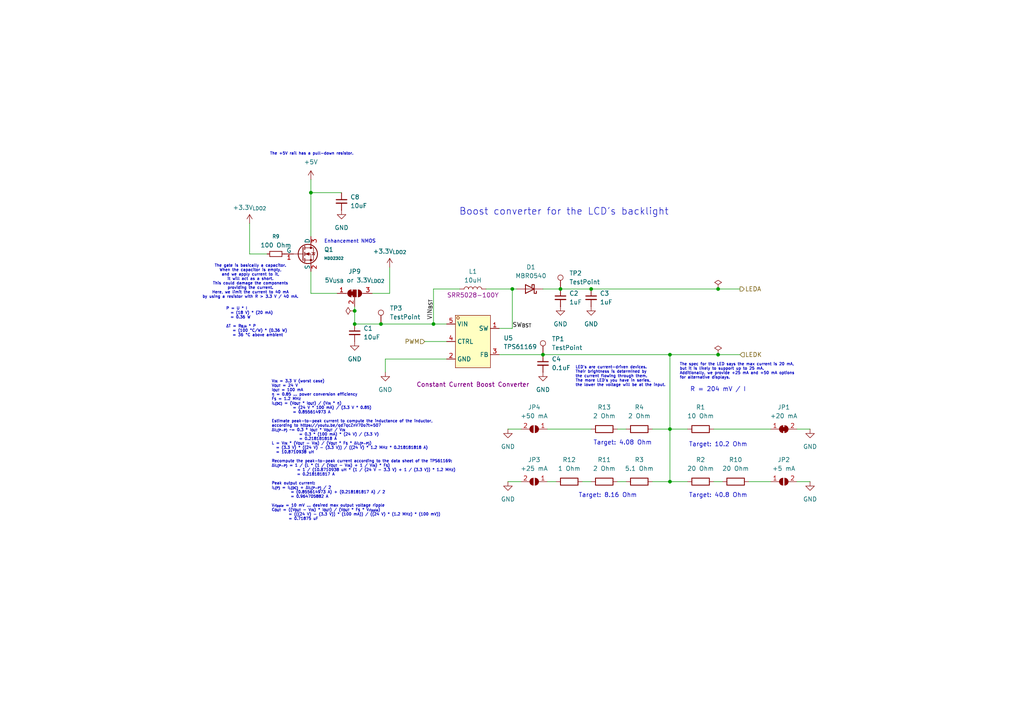
<source format=kicad_sch>
(kicad_sch (version 20250114) (generator "eeschema") (generator_version "9.0")
  (paper "A4")
  (title_block (title "Backlight Boost Converter") (date "2025-08-05") (rev "0.1") (company "Jakub Hlusička"))
  (lib_symbols
    (symbol "Connector:TestPoint" (pin_numbers (hide yes)) (pin_names (offset 0.762) (hide yes))
      (property "Reference" "TP" (at 0 6.858 0))
      (property "Value" "TestPoint" (at 0 5.08 0))
      (symbol "TestPoint_0_1"
        (circle (center 0 3.302) (radius 0.762))
      )
      (symbol "TestPoint_1_1"
        (pin passive line (at 0 0 90) (length 2.54) (name "1") (number "1"))
      )
    )
    (symbol "Device:C_Small" (pin_numbers (hide yes)) (pin_names (offset 0.254) (hide yes))
      (property "Reference" "C" (at 0.254 1.778 0))
      (property "Value" "C_Small" (at 0.254 -2.032 0))
      (symbol "C_Small_0_1"
        (polyline (pts (xy -1.524 0.508) (xy 1.524 0.508)) (stroke (width 0.3048)))
        (polyline (pts (xy -1.524 -0.508) (xy 1.524 -0.508)) (stroke (width 0.3302)))
      )
      (symbol "C_Small_1_1"
        (pin passive line (at 0 2.54 270) (length 2.032) (name "~") (number "1"))
        (pin passive line (at 0 -2.54 90) (length 2.032) (name "~") (number "2"))
      )
    )
    (symbol "Device:L" (pin_numbers (hide yes)) (pin_names (offset 1.016) (hide yes))
      (property "Reference" "L" (at -1.27 0 90))
      (property "Value" "L" (at 1.905 0 90))
      (symbol "L_0_1"
        (arc (start 0 2.54) (mid 0.6323 1.905) (end 0 1.27))
        (arc (start 0 1.27) (mid 0.6323 0.635) (end 0 0))
        (arc (start 0 0) (mid 0.6323 -0.635) (end 0 -1.27))
        (arc (start 0 -1.27) (mid 0.6323 -1.905) (end 0 -2.54))
      )
      (symbol "L_1_1"
        (pin passive line (at 0 3.81 270) (length 1.27) (name "1") (number "1"))
        (pin passive line (at 0 -3.81 90) (length 1.27) (name "2") (number "2"))
      )
    )
    (symbol "Device:R" (pin_numbers (hide yes)) (pin_names (offset 0))
      (property "Reference" "R" (at 2.032 0 90))
      (property "Value" "R" (at 0 0 90))
      (symbol "R_0_1"
        (rectangle (start -1.016 -2.54) (end 1.016 2.54) (stroke (width 0.254)))
      )
      (symbol "R_1_1"
        (pin passive line (at 0 3.81 270) (length 1.27) (name "~") (number "1"))
        (pin passive line (at 0 -3.81 90) (length 1.27) (name "~") (number "2"))
      )
    )
    (symbol "Device:R_Small" (pin_numbers (hide yes)) (pin_names (offset 0.254) (hide yes))
      (property "Reference" "R" (at 0 0 90))
      (property "Value" "R_Small" (at 1.778 0 90))
      (symbol "R_Small_0_1"
        (rectangle (start -0.762 1.778) (end 0.762 -1.778) (stroke (width 0.2032)))
      )
      (symbol "R_Small_1_1"
        (pin passive line (at 0 2.54 270) (length 0.762) (name "~") (number "1"))
        (pin passive line (at 0 -2.54 90) (length 0.762) (name "~") (number "2"))
      )
    )
    (symbol "Diode:MBR0540" (pin_numbers (hide yes)) (pin_names (offset 1.016) (hide yes))
      (property "Reference" "D" (at 0 2.54 0))
      (property "Value" "MBR0540" (at 0 -2.54 0))
      (symbol "MBR0540_0_1"
        (polyline (pts (xy -1.905 0.635) (xy -1.905 1.27) (xy -1.27 1.27) (xy -1.27 -1.27) (xy -0.635 -1.27) (xy -0.635 -0.635)) (stroke (width 0.254)))
        (polyline (pts (xy 1.27 1.27) (xy 1.27 -1.27) (xy -1.27 0) (xy 1.27 1.27)) (stroke (width 0.254)))
        (polyline (pts (xy 1.27 0) (xy -1.27 0)))
      )
      (symbol "MBR0540_1_1"
        (pin passive line (at -3.81 0 0) (length 2.54) (name "K") (number "1"))
        (pin passive line (at 3.81 0 180) (length 2.54) (name "A") (number "2"))
      )
    )
    (symbol "Jumper:SolderJumper_2_Bridged" (pin_names (offset 0) (hide yes)) (in_bom no)
      (property "Reference" "JP" (at 0 2.032 0))
      (property "Value" "SolderJumper_2_Bridged" (at 0 -2.54 0))
      (symbol "SolderJumper_2_Bridged_0_1"
        (rectangle (start -0.508 0.508) (end 0.508 -0.508) (fill (type outline)))
        (polyline (pts (xy -0.254 1.016) (xy -0.254 -1.016)))
        (arc (start -0.254 -1.016) (mid -1.2656 0) (end -0.254 1.016))
        (arc (start -0.254 -1.016) (mid -1.2656 0) (end -0.254 1.016) (fill (type outline)))
        (arc (start 0.254 1.016) (mid 1.2656 0) (end 0.254 -1.016))
        (arc (start 0.254 1.016) (mid 1.2656 0) (end 0.254 -1.016) (fill (type outline)))
        (polyline (pts (xy 0.254 1.016) (xy 0.254 -1.016)))
      )
      (symbol "SolderJumper_2_Bridged_1_1"
        (pin passive line (at -3.81 0 0) (length 2.54) (name "A") (number "1"))
        (pin passive line (at 3.81 0 180) (length 2.54) (name "B") (number "2"))
      )
    )
    (symbol "Jumper:SolderJumper_2_Open" (pin_names (offset 0) (hide yes)) (in_bom no)
      (property "Reference" "JP" (at 0 2.032 0))
      (property "Value" "SolderJumper_2_Open" (at 0 -2.54 0))
      (symbol "SolderJumper_2_Open_0_1"
        (polyline (pts (xy -0.254 1.016) (xy -0.254 -1.016)))
        (arc (start -0.254 -1.016) (mid -1.2656 0) (end -0.254 1.016))
        (arc (start -0.254 -1.016) (mid -1.2656 0) (end -0.254 1.016) (fill (type outline)))
        (arc (start 0.254 1.016) (mid 1.2656 0) (end 0.254 -1.016))
        (arc (start 0.254 1.016) (mid 1.2656 0) (end 0.254 -1.016) (fill (type outline)))
        (polyline (pts (xy 0.254 1.016) (xy 0.254 -1.016)))
      )
      (symbol "SolderJumper_2_Open_1_1"
        (pin passive line (at -3.81 0 0) (length 2.54) (name "A") (number "1"))
        (pin passive line (at 3.81 0 180) (length 2.54) (name "B") (number "2"))
      )
    )
    (symbol "Jumper:SolderJumper_3_Bridged12" (pin_names (offset 0) (hide yes)) (in_bom no)
      (property "Reference" "JP" (at -2.54 -2.54 0))
      (property "Value" "SolderJumper_3_Bridged12" (at 0 2.794 0))
      (symbol "SolderJumper_3_Bridged12_0_1"
        (polyline (pts (xy -2.54 0) (xy -2.032 0)))
        (polyline (pts (xy -1.016 1.016) (xy -1.016 -1.016)))
        (rectangle (start -1.016 0.508) (end -0.508 -0.508) (fill (type outline)))
        (arc (start -1.016 -1.016) (mid -2.0276 0) (end -1.016 1.016))
        (arc (start -1.016 -1.016) (mid -2.0276 0) (end -1.016 1.016) (fill (type outline)))
        (rectangle (start -0.508 1.016) (end 0.508 -1.016) (fill (type outline)))
        (polyline (pts (xy 0 -1.27) (xy 0 -1.016)))
        (arc (start 1.016 1.016) (mid 2.0276 0) (end 1.016 -1.016))
        (arc (start 1.016 1.016) (mid 2.0276 0) (end 1.016 -1.016) (fill (type outline)))
        (polyline (pts (xy 1.016 1.016) (xy 1.016 -1.016)))
        (polyline (pts (xy 2.54 0) (xy 2.032 0)))
      )
      (symbol "SolderJumper_3_Bridged12_1_1"
        (pin passive line (at -5.08 0 0) (length 2.54) (name "A") (number "1"))
        (pin passive line (at 0 -3.81 90) (length 2.54) (name "C") (number "2"))
        (pin passive line (at 5.08 0 180) (length 2.54) (name "B") (number "3"))
      )
    )
    (symbol "PCM_JLCPCB-Transistors:NMOS,MDD2302" (pin_names (offset 0))
      (property "Reference" "Q" (at 4.8514 0.834 0))
      (property "Value" "MDD2302" (at 4.8514 -1.2122 0))
      (symbol "NMOS,MDD2302_0_1"
        (polyline (pts (xy 0.254 1.905) (xy 0.254 -1.905)) (stroke (width 0.254)))
        (polyline (pts (xy 0.254 0) (xy -2.54 0)))
        (polyline (pts (xy 0.762 2.286) (xy 0.762 1.27)) (stroke (width 0.254)))
        (polyline (pts (xy 0.762 0.508) (xy 0.762 -0.508)) (stroke (width 0.254)))
        (polyline (pts (xy 0.762 -1.27) (xy 0.762 -2.286)) (stroke (width 0.254)))
        (polyline (pts (xy 0.762 -1.778) (xy 3.302 -1.778) (xy 3.302 1.778) (xy 0.762 1.778)))
        (polyline (pts (xy 1.016 0) (xy 2.032 0.381) (xy 2.032 -0.381) (xy 1.016 0)) (fill (type outline)))
        (circle (center 1.651 0) (radius 2.794) (stroke (width 0.254)))
        (polyline (pts (xy 2.54 2.54) (xy 2.54 1.778)))
        (circle (center 2.54 1.778) (radius 0.254) (fill (type outline)))
        (circle (center 2.54 -1.778) (radius 0.254) (fill (type outline)))
        (polyline (pts (xy 2.54 -2.54) (xy 2.54 0) (xy 0.762 0)))
        (polyline (pts (xy 2.794 0.508) (xy 2.921 0.381) (xy 3.683 0.381) (xy 3.81 0.254)))
        (polyline (pts (xy 3.302 0.381) (xy 2.921 -0.254) (xy 3.683 -0.254) (xy 3.302 0.381)))
      )
      (symbol "NMOS,MDD2302_1_1"
        (pin input line (at -5.08 0 0) (length 2.54) (name "G") (number "1"))
        (pin passive line (at 2.54 5.08 270) (length 2.54) (name "D") (number "3"))
        (pin passive line (at 2.54 -5.08 90) (length 2.54) (name "S") (number "2"))
      )
    )
    (symbol "SolderJumper_2_Open_1" (pin_names (offset 0) (hide yes)) (in_bom no)
      (property "Reference" "JP" (at 0 2.032 0))
      (property "Value" "SolderJumper_2_Open" (at 0 -2.54 0))
      (symbol "SolderJumper_2_Open_1_0_1"
        (polyline (pts (xy -0.254 1.016) (xy -0.254 -1.016)))
        (arc (start -0.254 -1.016) (mid -1.2656 0) (end -0.254 1.016))
        (arc (start -0.254 -1.016) (mid -1.2656 0) (end -0.254 1.016) (fill (type outline)))
        (arc (start 0.254 1.016) (mid 1.2656 0) (end 0.254 -1.016))
        (arc (start 0.254 1.016) (mid 1.2656 0) (end 0.254 -1.016) (fill (type outline)))
        (polyline (pts (xy 0.254 1.016) (xy 0.254 -1.016)))
      )
      (symbol "SolderJumper_2_Open_1_1_1"
        (pin passive line (at -3.81 0 0) (length 2.54) (name "A") (number "1"))
        (pin passive line (at 3.81 0 180) (length 2.54) (name "B") (number "2"))
      )
    )
    (symbol "SolderJumper_2_Open_2" (pin_names (offset 0) (hide yes)) (in_bom no)
      (property "Reference" "JP" (at 0 2.032 0))
      (property "Value" "SolderJumper_2_Open" (at 0 -2.54 0))
      (symbol "SolderJumper_2_Open_2_0_1"
        (polyline (pts (xy -0.254 1.016) (xy -0.254 -1.016)))
        (arc (start -0.254 -1.016) (mid -1.2656 0) (end -0.254 1.016))
        (arc (start -0.254 -1.016) (mid -1.2656 0) (end -0.254 1.016) (fill (type outline)))
        (arc (start 0.254 1.016) (mid 1.2656 0) (end 0.254 -1.016))
        (arc (start 0.254 1.016) (mid 1.2656 0) (end 0.254 -1.016) (fill (type outline)))
        (polyline (pts (xy 0.254 1.016) (xy 0.254 -1.016)))
      )
      (symbol "SolderJumper_2_Open_2_1_1"
        (pin passive line (at -3.81 0 0) (length 2.54) (name "A") (number "1"))
        (pin passive line (at 3.81 0 180) (length 2.54) (name "B") (number "2"))
      )
    )
    (symbol "easyeda2kicad:TPS61169DCKR"
      (property "Reference" "U" (at 0 10.16 0))
      (property "Value" "TPS61169DCKR" (at 0 -10.16 0))
      (symbol "TPS61169DCKR_0_1"
        (rectangle (start -5.08 7.62) (end 5.08 -7.62) (fill (type background)))
        (circle (center -4.32 6.86) (radius 0.38))
      )
      (symbol "TPS61169DCKR_1_1"
        (pin power_in line (at -7.62 5.08 0) (length 2.54) (name "VIN") (number "5"))
        (pin input line (at -7.62 0 0) (length 2.54) (name "CTRL") (number "4"))
        (pin power_in line (at -7.62 -5.08 0) (length 2.54) (name "GND") (number "2"))
        (pin power_out line (at 7.62 3.81 180) (length 2.54) (name "SW") (number "1"))
        (pin power_in line (at 7.62 -3.81 180) (length 2.54) (name "FB") (number "3"))
      )
    )
    (symbol "power:+3.3V" (power) (pin_numbers (hide yes)) (pin_names (offset 0) (hide yes))
      (property "Value" "+3.3V" (at 0 3.556 0))
      (symbol "+3.3V_0_1"
        (polyline (pts (xy -0.762 1.27) (xy 0 2.54)))
        (polyline (pts (xy 0 2.54) (xy 0.762 1.27)))
        (polyline (pts (xy 0 0) (xy 0 2.54)))
      )
      (symbol "+3.3V_1_1"
        (pin power_in line (at 0 0 90) (length 0) (name "~") (number "1"))
      )
    )
    (symbol "power:+5V" (power) (pin_numbers (hide yes)) (pin_names (offset 0) (hide yes))
      (property "Value" "+5V" (at 0 3.556 0))
      (symbol "+5V_0_1"
        (polyline (pts (xy -0.762 1.27) (xy 0 2.54)))
        (polyline (pts (xy 0 2.54) (xy 0.762 1.27)))
        (polyline (pts (xy 0 0) (xy 0 2.54)))
      )
      (symbol "+5V_1_1"
        (pin power_in line (at 0 0 90) (length 0) (name "~") (number "1"))
      )
    )
    (symbol "power:GND" (power) (pin_numbers (hide yes)) (pin_names (offset 0) (hide yes))
      (property "Value" "GND" (at 0 -3.81 0))
      (symbol "GND_0_1"
        (polyline (pts (xy 0 0) (xy 0 -1.27) (xy 1.27 -1.27) (xy 0 -2.54) (xy -1.27 -1.27) (xy 0 -1.27)))
      )
      (symbol "GND_1_1"
        (pin power_in line (at 0 0 270) (length 0) (name "~") (number "1"))
      )
    )
    (symbol "power:PWR_FLAG" (power) (pin_numbers (hide yes)) (pin_names (offset 0) (hide yes))
      (property "Value" "PWR_FLAG" (at 0 3.81 0))
      (symbol "PWR_FLAG_0_0"
        (pin power_out line (at 0 0 90) (length 0) (name "~") (number "1"))
      )
      (symbol "PWR_FLAG_0_1"
        (polyline (pts (xy 0 0) (xy 0 1.27) (xy -1.016 1.905) (xy 0 2.54) (xy 1.016 1.905) (xy 0 1.27)))
      )
    )
  )
  (text "Boost converter for the LCD's backlight" (at 163.576 61.468 0) (effects (font (size 2 2))))
  (text "The +5V rail has a pull-down resistor." (at 90.424 44.196 0) (effects (font (size 0.8 0.8)) (justify top)))
  (text "The gate is basically a capacitor.\nWhen the capacitor is empty,\nand we apply current to it,\nit will act as a short.\nThis could damage the components\nproviding the current.\nHere, we limit the current to 40 mA\nby using a resistor with R > 3.3 V / 40 mA." (at 72.644 76.708 0) (effects (font (size 0.8 0.8)) (justify top)))
  (text "Target: 40.8 Ohm" (at 208.28 143.002 0) (effects (font (size 1.27 1.27)) (justify top)))
  (text "R = 204 mV / I" (at 200.152 113.03 0) (effects (font (size 1.27 1.27)) (justify left)))
  (text "The spec for the LED says the max current is 20 mA,\nbut it is likely to support up to 25 mA.\nAdditionally, we provide +25 mA and +50 mA options\nfor alternative displays." (at 197.104 107.696 0) (effects (font (size 0.8 0.8)) (justify left)))
  (text "Target: 4.08 Ohm" (at 180.594 127.762 0) (effects (font (size 1.27 1.27)) (justify top)))
  (text "Target: 10.2 Ohm" (at 208.28 128.27 0) (effects (font (size 1.27 1.27)) (justify top)))
  (text "P = U * I\n  = (18 V) * (20 mA)\n  = 0.36 W\n\nΔT = R_{θJA} * P\n   = (100 °C/W) * (0.36 W)\n   = 36 °C above ambient" (at 65.532 93.472 0) (effects (font (size 0.8 0.8)) (justify left)))
  (text "V_{IN} = 3.3 V (worst case)\nV_{OUT} = 24 V\nI_{OUT} = 100 mA\nη = 0.85 ... power conversion efficiency\nF_{S} = 1.2 MHz\nI_{L(DC)} = (V_{OUT} * I_{OUT}) / (V_{IN} * η)\n          = (24 V * 100 mA) / (3.3 V * 0.85)\n          = 0.855614973 A\n\nEstimate peak-to-peak current to compute the inductance of the inductor,\naccording to https://youtu.be/qd7qcZnV70o?t=507\nΔI_{L(P-P)} ~= 0.3 * I_{OUT} * V_{OUT} / V_{IN}\n             = 0.3 * (100 mA) * (24 V) / (3.3 V)\n             = 0.218181818 A\nL = V_{IN} * (V_{OUT} - V_{IN}) / (V_{OUT} * F_{S} * ΔI_{L(P-P)})\n  = (3.3 V) * ((24 V) - (3.3 V)) / ((24 V) * 1.2 MHz * 0.218181818 A)\n  = 10.8710938 uH\n\nRecompute the peak-to-peak current according to the data sheet of the TPS61169:\nΔI_{L(P-P)} = 1 / (L * (1 / (V_{OUT} - V_{IN}) + 1 / V_{IN}) * F_{S})\n            = 1 / (10.8710938 uH * (1 / (24 V - 3.3 V) + 1 / (3.3 V)) * 1.2 MHz)\n            = 0.218181817 A\n\nPeak output current:\nI_{L(P)} = I_{L(DC)} + ΔI_{L(P-P)} / 2\n         = (0.855614973 A) + (0.218181817 A) / 2\n         = 0.964705882 A\n\nV_{ripple} = 10 mV ... desired max output voltage ripple\nC_{OUT} = ((V_{OUT} - V_{IN}) * I_{OUT}) / (V_{OUT} * F_{S} * V_{ripple})\n        = (((24 V) - (3.3 V)) * (100 mA)) / ((24 V) * (1.2 MHz) * (100 mV))\n        = 0.71875 uF" (at 78.74 110.236 0) (effects (font (size 0.8 0.8)) (justify left top)))
  (text "Enhancement NMOS" (at 93.98 70.104 0) (effects (font (size 1 1)) (justify left)))
  (text "LED's are current-driven devices.\nTheir brightness is determined by\nthe current flowing through them.\nThe more LED's you have in series,\nthe lower the voltage will be at the input." (at 166.878 109.22 0) (effects (font (size 0.8 0.8)) (justify left)))
  (text "Target: 8.16 Ohm" (at 176.276 143.002 0) (effects (font (size 1.27 1.27)) (justify top)))
  (junction (at 194.31 139.7))
  (junction (at 171.45 83.82))
  (junction (at 148.59 83.82))
  (junction (at 90.17 55.88))
  (junction (at 102.87 90.17))
  (junction (at 162.56 83.82))
  (junction (at 208.28 83.82))
  (junction (at 208.28 102.87))
  (junction (at 194.31 124.46))
  (junction (at 125.73 93.98))
  (junction (at 102.87 93.98))
  (junction (at 157.48 102.87))
  (junction (at 194.31 102.87))
  (junction (at 110.49 93.98))
  (wire (pts (xy 90.17 55.88) (xy 99.06 55.88)))
  (wire (pts (xy 189.23 139.7) (xy 194.31 139.7)))
  (wire (pts (xy 158.75 124.46) (xy 171.45 124.46)))
  (wire (pts (xy 162.56 83.82) (xy 171.45 83.82)))
  (wire (pts (xy 102.87 90.17) (xy 102.87 93.98)))
  (wire (pts (xy 179.07 139.7) (xy 181.61 139.7)))
  (wire (pts (xy 111.76 104.14) (xy 111.76 107.95)))
  (wire (pts (xy 123.19 99.06) (xy 129.54 99.06)))
  (wire (pts (xy 199.39 124.46) (xy 194.31 124.46)))
  (wire (pts (xy 72.39 64.77) (xy 72.39 73.66)))
  (wire (pts (xy 168.91 139.7) (xy 171.45 139.7)))
  (wire (pts (xy 234.95 124.46) (xy 231.14 124.46)))
  (wire (pts (xy 171.45 83.82) (xy 208.28 83.82)))
  (wire (pts (xy 102.87 93.98) (xy 110.49 93.98)))
  (wire (pts (xy 157.48 83.82) (xy 162.56 83.82)))
  (wire (pts (xy 158.75 139.7) (xy 161.29 139.7)))
  (wire (pts (xy 144.78 102.87) (xy 157.48 102.87)))
  (wire (pts (xy 199.39 139.7) (xy 194.31 139.7)))
  (wire (pts (xy 144.78 95.25) (xy 148.59 95.25)))
  (wire (pts (xy 217.17 139.7) (xy 223.52 139.7)))
  (wire (pts (xy 208.28 102.87) (xy 214.63 102.87)))
  (wire (pts (xy 125.73 93.98) (xy 129.54 93.98)))
  (wire (pts (xy 97.79 85.09) (xy 90.17 85.09)))
  (wire (pts (xy 194.31 102.87) (xy 194.31 124.46)))
  (wire (pts (xy 147.32 139.7) (xy 151.13 139.7)))
  (wire (pts (xy 102.87 88.9) (xy 102.87 90.17)))
  (wire (pts (xy 125.73 83.82) (xy 133.35 83.82)))
  (wire (pts (xy 208.28 83.82) (xy 214.63 83.82)))
  (wire (pts (xy 125.73 93.98) (xy 125.73 83.82)))
  (wire (pts (xy 207.01 124.46) (xy 223.52 124.46)))
  (wire (pts (xy 149.86 83.82) (xy 148.59 83.82)))
  (wire (pts (xy 194.31 102.87) (xy 208.28 102.87)))
  (wire (pts (xy 90.17 52.07) (xy 90.17 55.88)))
  (wire (pts (xy 147.32 124.46) (xy 151.13 124.46)))
  (wire (pts (xy 107.95 85.09) (xy 113.03 85.09)))
  (wire (pts (xy 140.97 83.82) (xy 148.59 83.82)))
  (wire (pts (xy 157.48 102.87) (xy 194.31 102.87)))
  (wire (pts (xy 129.54 104.14) (xy 111.76 104.14)))
  (wire (pts (xy 189.23 124.46) (xy 194.31 124.46)))
  (wire (pts (xy 110.49 93.98) (xy 125.73 93.98)))
  (wire (pts (xy 113.03 85.09) (xy 113.03 77.47)))
  (wire (pts (xy 194.31 124.46) (xy 194.31 139.7)))
  (wire (pts (xy 90.17 55.88) (xy 90.17 68.58)))
  (wire (pts (xy 234.95 139.7) (xy 231.14 139.7)))
  (wire (pts (xy 207.01 139.7) (xy 209.55 139.7)))
  (wire (pts (xy 90.17 85.09) (xy 90.17 78.74)))
  (wire (pts (xy 72.39 73.66) (xy 77.47 73.66)))
  (wire (pts (xy 148.59 83.82) (xy 148.59 95.25)))
  (wire (pts (xy 179.07 124.46) (xy 181.61 124.46)))
  (label "SW_{BST}" (at 148.59 95.25 0))
  (label "VIN_{BST}" (at 125.73 92.71 90))
  (hierarchical_label "LEDK" (shape input) (at 214.63 102.87 0))
  (hierarchical_label "LEDA" (shape output) (at 214.63 83.82 0))
  (hierarchical_label "PWM" (shape input) (at 123.19 99.06 180))
  (symbol (lib_id "power:GND") (at 234.95 139.7 0) (unit 1)
    (property "Reference" "#PWR016" (effects (hide yes)))
    (property "Value" "GND" (at 234.95 144.78 0))
    (property "Description" "Power symbol creates a global label with name \"GND\" , ground" (effects (hide yes)))
  )
  (symbol (lib_id "power:GND") (at 157.48 107.95 0) (unit 1)
    (property "Reference" "#PWR098" (effects (hide yes)))
    (property "Value" "GND" (at 157.48 113.03 0))
    (property "Description" "Power symbol creates a global label with name \"GND\" , ground" (effects (hide yes)))
  )
  (symbol (lib_id "power:PWR_FLAG") (at 208.28 83.82 0) (unit 1)
    (property "Reference" "#FLG03" (effects (hide yes)))
    (property "Value" "PWR_FLAG" (effects (hide yes)))
    (property "Description" "Special symbol for telling ERC where power comes from" (effects (hide yes)))
  )
  (symbol (lib_id "Device:R_Small") (at 80.01 73.66 90) (unit 1)
    (property "Reference" "R9" (at 80.01 68.58 90) (effects (font (size 1.016 1.016))))
    (property "Value" "100 Ohm" (at 80.01 71.12 90))
    (property "Footprint" "Resistor_SMD:R_0603_1608Metric" (effects (hide yes)))
    (property "Description" "Resistor, small symbol" (effects (hide yes)))
  )
  (symbol (lib_id "Connector:TestPoint") (at 162.56 83.82 0) (unit 1)
    (property "Reference" "TP2" (at 165.1 79.2479 0) (effects (justify left)))
    (property "Value" "TestPoint" (at 165.1 81.7879 0) (effects (justify left)))
    (property "Footprint" "TestPoint:TestPoint_THTPad_D1.5mm_Drill0.7mm" (effects (hide yes)))
    (property "Description" "test point" (effects (hide yes)))
  )
  (symbol (lib_id "Device:R") (at 203.2 139.7 90) (unit 1)
    (property "Reference" "R2" (at 203.2 133.35 90))
    (property "Value" "20 Ohm" (at 203.2 135.89 90))
    (property "Footprint" "Resistor_SMD:R_0603_1608Metric" (effects (hide yes)))
    (property "Description" "Resistor" (effects (hide yes)))
  )
  (symbol (lib_id "easyeda2kicad:TPS61169DCKR") (at 137.16 99.06 0) (unit 1)
    (property "Reference" "U5" (at 146.05 98.0449 0) (effects (justify left)))
    (property "Value" "TPS61169" (at 146.05 100.5849 0) (effects (justify left)))
    (property "Footprint" "easyeda2kicad:SC-70-5_L2.1-W1.3-P0.65-LS2.1-BR" (effects (hide yes)))
    (property "Datasheet" "https://lcsc.com/product-detail/LED-Drivers_TI_TPS61169DCKR_TPS61169DCKR_C71045.html" (effects (hide yes)))
    (property "Description" "Constant Current Boost Converter" (at 137.16 111.506 0))
    (property "LCSC Part" "C71045" (effects (hide yes)))
  )
  (symbol (lib_id "Diode:MBR0540") (at 153.67 83.82 180) (unit 1)
    (property "Reference" "D1" (at 153.9875 77.47 0))
    (property "Value" "MBR0540" (at 153.9875 80.01 0))
    (property "Footprint" "Diode_SMD:D_SOD-123" (effects (hide yes)))
    (property "Datasheet" "http://www.mccsemi.com/up_pdf/MBR0520~MBR0580(SOD123).pdf" (effects (hide yes)))
    (property "Description" "40V 0.5A Schottky Power Rectifier Diode, SOD-123" (effects (hide yes)))
  )
  (symbol (lib_id "power:GND") (at 171.45 88.9 0) (unit 1)
    (property "Reference" "#PWR097" (effects (hide yes)))
    (property "Value" "GND" (at 171.45 93.98 0))
    (property "Description" "Power symbol creates a global label with name \"GND\" , ground" (effects (hide yes)))
  )
  (symbol (lib_id "Device:R") (at 175.26 124.46 90) (unit 1)
    (property "Reference" "R13" (at 175.26 118.11 90))
    (property "Value" "2 Ohm" (at 175.26 120.65 90))
    (property "Footprint" "Resistor_SMD:R_0603_1608Metric" (effects (hide yes)))
    (property "Description" "Resistor" (effects (hide yes)))
  )
  (symbol (lib_id "Device:R") (at 213.36 139.7 90) (unit 1)
    (property "Reference" "R10" (at 213.36 133.35 90))
    (property "Value" "20 Ohm" (at 213.36 135.89 90))
    (property "Footprint" "Resistor_SMD:R_0603_1608Metric" (effects (hide yes)))
    (property "Description" "Resistor" (effects (hide yes)))
  )
  (symbol (lib_id "power:+5V") (at 90.17 52.07 0) (unit 1)
    (property "Reference" "#PWR0106" (effects (hide yes)))
    (property "Value" "+5V" (at 90.17 46.99 0))
    (property "Description" "Power symbol creates a global label with name \"+5V\"" (effects (hide yes)))
  )
  (symbol (lib_id "Device:R") (at 185.42 124.46 90) (unit 1)
    (property "Reference" "R4" (at 185.42 118.11 90))
    (property "Value" "2 Ohm" (at 185.42 120.65 90))
    (property "Footprint" "Resistor_SMD:R_0603_1608Metric" (effects (hide yes)))
    (property "Description" "Resistor" (effects (hide yes)))
  )
  (symbol (lib_id "Device:C_Small") (at 102.87 96.52 0) (unit 1)
    (property "Reference" "C1" (at 105.41 95.2562 0) (effects (justify left)))
    (property "Value" "10uF" (at 105.41 97.7962 0) (effects (justify left)))
    (property "Footprint" "Capacitor_SMD:C_0603_1608Metric" (effects (hide yes)))
    (property "Description" "Unpolarized capacitor, small symbol" (effects (hide yes)))
  )
  (symbol (lib_id "Device:C_Small") (at 162.56 86.36 0) (unit 1)
    (property "Reference" "C2" (at 165.1 85.0962 0) (effects (justify left)))
    (property "Value" "1uF" (at 165.1 87.6362 0) (effects (justify left)))
    (property "Footprint" "Capacitor_SMD:C_0603_1608Metric" (effects (hide yes)))
    (property "Description" "Unpolarized capacitor, small symbol" (effects (hide yes)))
  )
  (symbol (lib_id "power:PWR_FLAG") (at 208.28 102.87 0) (unit 1)
    (property "Reference" "#FLG04" (effects (hide yes)))
    (property "Value" "PWR_FLAG" (effects (hide yes)))
    (property "Description" "Special symbol for telling ERC where power comes from" (effects (hide yes)))
  )
  (symbol (lib_id "Device:R") (at 185.42 139.7 90) (unit 1)
    (property "Reference" "R3" (at 185.42 133.35 90))
    (property "Value" "5.1 Ohm" (at 185.42 135.89 90))
    (property "Footprint" "Resistor_SMD:R_0603_1608Metric" (effects (hide yes)))
    (property "Description" "Resistor" (effects (hide yes)))
  )
  (symbol (lib_id "Device:R") (at 175.26 139.7 90) (unit 1)
    (property "Reference" "R11" (at 175.26 133.35 90))
    (property "Value" "2 Ohm" (at 175.26 135.89 90))
    (property "Footprint" "Resistor_SMD:R_0603_1608Metric" (effects (hide yes)))
    (property "Description" "Resistor" (effects (hide yes)))
  )
  (symbol (lib_id "Connector:TestPoint") (at 110.49 93.98 0) (unit 1)
    (property "Reference" "TP3" (at 113.03 89.4079 0) (effects (justify left)))
    (property "Value" "TestPoint" (at 113.03 91.9479 0) (effects (justify left)))
    (property "Footprint" "TestPoint:TestPoint_THTPad_D1.5mm_Drill0.7mm" (effects (hide yes)))
    (property "Description" "test point" (effects (hide yes)))
  )
  (symbol (lib_id "power:PWR_FLAG") (at 102.87 90.17 90) (unit 1)
    (property "Reference" "#FLG05" (effects (hide yes)))
    (property "Value" "PWR_FLAG" (effects (hide yes)))
    (property "Description" "Special symbol for telling ERC where power comes from" (effects (hide yes)))
  )
  (symbol (lib_id "power:GND") (at 234.95 124.46 0) (unit 1)
    (property "Reference" "#PWR094" (effects (hide yes)))
    (property "Value" "GND" (at 234.95 129.54 0))
    (property "Description" "Power symbol creates a global label with name \"GND\" , ground" (effects (hide yes)))
  )
  (symbol (lib_id "power:+3.3V") (at 72.39 64.77 0) (unit 1)
    (property "Reference" "#PWR090" (effects (hide yes)))
    (property "Value" "+3.3V_{LDO2}" (at 72.39 60.198 0))
    (property "Description" "Power symbol creates a global label with name \"+3.3V\"" (effects (hide yes)))
  )
  (symbol (lib_id "power:GND") (at 111.76 107.95 0) (unit 1)
    (property "Reference" "#PWR093" (effects (hide yes)))
    (property "Value" "GND" (at 111.76 113.03 0))
    (property "Description" "Power symbol creates a global label with name \"GND\" , ground" (effects (hide yes)))
  )
  (symbol (lib_name "SolderJumper_2_Open_1") (lib_id "Jumper:SolderJumper_2_Open") (at 227.33 139.7 0) (unit 1) (in_bom no)
    (property "Reference" "JP2" (at 227.33 133.35 0))
    (property "Value" "+5 mA" (at 227.33 135.89 0))
    (property "Footprint" "Jumper:SolderJumper-2_P1.3mm_Open_TrianglePad1.0x1.5mm" (effects (hide yes)))
    (property "Description" "Solder Jumper, 2-pole, open" (effects (hide yes)))
  )
  (symbol (lib_id "power:GND") (at 102.87 99.06 0) (unit 1)
    (property "Reference" "#PWR091" (effects (hide yes)))
    (property "Value" "GND" (at 102.87 104.14 0))
    (property "Description" "Power symbol creates a global label with name \"GND\" , ground" (effects (hide yes)))
  )
  (symbol (lib_id "Device:C_Small") (at 171.45 86.36 0) (unit 1)
    (property "Reference" "C3" (at 173.99 85.0962 0) (effects (justify left)))
    (property "Value" "1uF" (at 173.99 87.6362 0) (effects (justify left)))
    (property "Footprint" "Capacitor_SMD:C_0603_1608Metric" (effects (hide yes)))
    (property "Description" "Unpolarized capacitor, small symbol" (effects (hide yes)))
  )
  (symbol (lib_id "Jumper:SolderJumper_2_Bridged") (at 227.33 124.46 0) (unit 1) (in_bom no)
    (property "Reference" "JP1" (at 227.33 118.11 0))
    (property "Value" "+20 mA" (at 227.33 120.65 0))
    (property "Footprint" "Jumper:SolderJumper-2_P1.3mm_Open_TrianglePad1.0x1.5mm" (effects (hide yes)))
    (property "Description" "Solder Jumper, 2-pole, closed/bridged" (effects (hide yes)))
  )
  (symbol (lib_id "Connector:TestPoint") (at 157.48 102.87 0) (unit 1)
    (property "Reference" "TP1" (at 160.02 98.2979 0) (effects (justify left)))
    (property "Value" "TestPoint" (at 160.02 100.8379 0) (effects (justify left)))
    (property "Footprint" "TestPoint:TestPoint_THTPad_D1.5mm_Drill0.7mm" (effects (hide yes)))
    (property "Description" "test point" (effects (hide yes)))
  )
  (symbol (lib_id "Device:R") (at 203.2 124.46 90) (unit 1)
    (property "Reference" "R1" (at 203.2 118.11 90))
    (property "Value" "10 Ohm" (at 203.2 120.65 90))
    (property "Footprint" "Resistor_SMD:R_0603_1608Metric" (effects (hide yes)))
    (property "Description" "Resistor" (effects (hide yes)))
  )
  (symbol (lib_id "Device:L") (at 137.16 83.82 90) (unit 1)
    (property "Reference" "L1" (at 137.16 78.74 90))
    (property "Value" "10uH" (at 137.16 81.28 90))
    (property "Footprint" "Project_Library:IND_BOURNS_SRR5028" (effects (hide yes)))
    (property "Description" "SRR5028-100Y" (at 137.16 85.598 90))
  )
  (symbol (lib_id "Device:R") (at 165.1 139.7 90) (unit 1)
    (property "Reference" "R12" (at 165.1 133.35 90))
    (property "Value" "1 Ohm" (at 165.1 135.89 90))
    (property "Footprint" "Resistor_SMD:R_0603_1608Metric" (effects (hide yes)))
    (property "Description" "Resistor" (effects (hide yes)))
  )
  (symbol (lib_id "Device:C_Small") (at 99.06 58.42 0) (unit 1)
    (property "Reference" "C8" (at 101.6 57.1562 0) (effects (justify left)))
    (property "Value" "10uF" (at 101.6 59.6962 0) (effects (justify left)))
    (property "Footprint" "Capacitor_SMD:C_0603_1608Metric" (effects (hide yes)))
    (property "Description" "Unpolarized capacitor, small symbol" (effects (hide yes)))
  )
  (symbol (lib_id "power:GND") (at 147.32 124.46 0) (unit 1)
    (property "Reference" "#PWR095" (effects (hide yes)))
    (property "Value" "GND" (at 147.32 129.54 0))
    (property "Description" "Power symbol creates a global label with name \"GND\" , ground" (effects (hide yes)))
  )
  (symbol (lib_name "SolderJumper_2_Open_2") (lib_id "Jumper:SolderJumper_2_Open") (at 154.94 139.7 180) (unit 1) (in_bom no)
    (property "Reference" "JP3" (at 154.94 133.35 0))
    (property "Value" "+25 mA" (at 154.94 135.89 0))
    (property "Footprint" "Jumper:SolderJumper-2_P1.3mm_Open_TrianglePad1.0x1.5mm" (effects (hide yes)))
    (property "Description" "Solder Jumper, 2-pole, open" (effects (hide yes)))
  )
  (symbol (lib_id "Jumper:SolderJumper_2_Open") (at 154.94 124.46 180) (unit 1) (in_bom no)
    (property "Reference" "JP4" (at 154.94 118.11 0))
    (property "Value" "+50 mA" (at 154.94 120.65 0))
    (property "Footprint" "Jumper:SolderJumper-2_P1.3mm_Open_TrianglePad1.0x1.5mm" (effects (hide yes)))
    (property "Description" "Solder Jumper, 2-pole, open" (effects (hide yes)))
  )
  (symbol (lib_id "power:GND") (at 162.56 88.9 0) (unit 1)
    (property "Reference" "#PWR096" (effects (hide yes)))
    (property "Value" "GND" (at 162.56 93.98 0))
    (property "Description" "Power symbol creates a global label with name \"GND\" , ground" (effects (hide yes)))
  )
  (symbol (lib_id "power:+3.3V") (at 113.03 77.47 0) (unit 1)
    (property "Reference" "#PWR0114" (effects (hide yes)))
    (property "Value" "+3.3V_{LDO2}" (at 113.03 72.898 0))
    (property "Description" "Power symbol creates a global label with name \"+3.3V\"" (effects (hide yes)))
  )
  (symbol (lib_id "power:GND") (at 147.32 139.7 0) (unit 1)
    (property "Reference" "#PWR092" (effects (hide yes)))
    (property "Value" "GND" (at 147.32 144.78 0))
    (property "Description" "Power symbol creates a global label with name \"GND\" , ground" (effects (hide yes)))
  )
  (symbol (lib_id "power:GND") (at 99.06 60.96 0) (unit 1)
    (property "Reference" "#PWR0120" (effects (hide yes)))
    (property "Value" "GND" (at 99.06 66.04 0))
    (property "Description" "Power symbol creates a global label with name \"GND\" , ground" (effects (hide yes)))
  )
  (symbol (lib_id "Device:C_Small") (at 157.48 105.41 0) (unit 1)
    (property "Reference" "C4" (at 160.02 104.1462 0) (effects (justify left)))
    (property "Value" "0.1uF" (at 160.02 106.6862 0) (effects (justify left)))
    (property "Footprint" "Capacitor_SMD:C_0603_1608Metric" (effects (hide yes)))
    (property "Description" "Unpolarized capacitor, small symbol" (effects (hide yes)))
  )
  (symbol (lib_id "Jumper:SolderJumper_3_Bridged12") (at 102.87 85.09 0) (unit 1) (in_bom no)
    (property "Reference" "JP9" (at 102.87 78.74 0))
    (property "Value" "5V_{USB} or 3.3V_{LDO2}" (at 102.87 81.28 0))
    (property "Footprint" "Jumper:SolderJumper-3_P1.3mm_Bridged12_Pad1.0x1.5mm_NumberLabels" (effects (hide yes)))
    (property "Description" "3-pole Solder Jumper, pins 1+2 closed/bridged" (effects (hide yes)))
  )
  (symbol (lib_id "PCM_JLCPCB-Transistors:NMOS,MDD2302") (at 87.63 73.66 0) (unit 1)
    (property "Reference" "Q1" (at 93.98 72.3899 0) (effects (justify left)))
    (property "Value" "MDD2302" (at 93.98 74.93 0) (effects (font (size 0.8 0.8)) (justify left)))
    (property "Footprint" "PCM_JLCPCB:Q_SOT-23" (effects (hide yes)))
    (property "Datasheet" "https://www.lcsc.com/datasheet/lcsc_datasheet_2407101108_MDD-Microdiode-Semiconductor-MDD2302_C427390.pdf" (effects (hide yes)))
    (property "Description" "20V 3A 28mΩ@4.5V,3A 1.2W 600mV@250uA 1 N-Channel SOT-23 MOSFETs ROHS" (effects (hide yes)))
    (property "LCSC" "C427390" (effects (hide yes)))
    (property "Stock" "223903" (effects (hide yes)))
    (property "Price" "0.023USD" (effects (hide yes)))
    (property "Process" "SMT" (effects (hide yes)))
    (property "Minimum Qty" "10" (effects (hide yes)))
    (property "Attrition Qty" "5" (effects (hide yes)))
    (property "Class" "Preferred Component" (effects (hide yes)))
    (property "Category" "Transistors,MOSFETs" (effects (hide yes)))
    (property "Manufacturer" "MDD（Microdiode Electronics）" (effects (hide yes)))
    (property "Part" "MDD2302" (effects (hide yes)))
    (property "Continuous Drain Current (Id)" "4A" (effects (hide yes)))
    (property "Input Capacitance (Ciss@Vds)" "340pF@10V" (effects (hide yes)))
    (property "Operating Temperature" "-50°C~+150°C" (effects (hide yes)))
    (property "Type" "1 N-channel" (effects (hide yes)))
    (property "Drain Source Voltage (Vdss)" "20V" (effects (hide yes)))
    (property "Power Dissipation (Pd)" "1.25W" (effects (hide yes)))
    (property "Gate Threshold Voltage (Vgs(th)@Id)" "500mV@250uA" (effects (hide yes)))
    (property "Reverse Transfer Capacitance (Crss@Vds)" "33pF" (effects (hide yes)))
    (property "Drain Source On Resistance (RDS(on)@Vgs,Id)" "28mΩ@2.5V,4A" (effects (hide yes)))
    (property "Total Gate Charge (Qg@Vgs)" "5.4nC@10V" (effects (hide yes)))
  )
)
</source>
